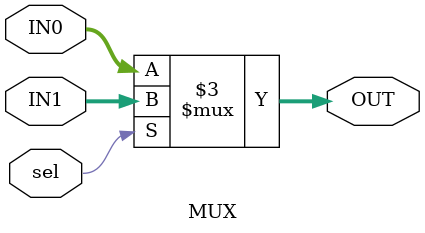
<source format=v>
module MUX #(parameter Width = 2) (
    input wire [Width - 1:0] IN0,
    input wire [Width - 1:0] IN1,
    input wire       sel,  

    output reg [Width - 1:0] OUT
);

always @ (*)
begin
    if (sel)
        OUT = IN1;

    else 
        OUT = IN0;
end


endmodule
</source>
